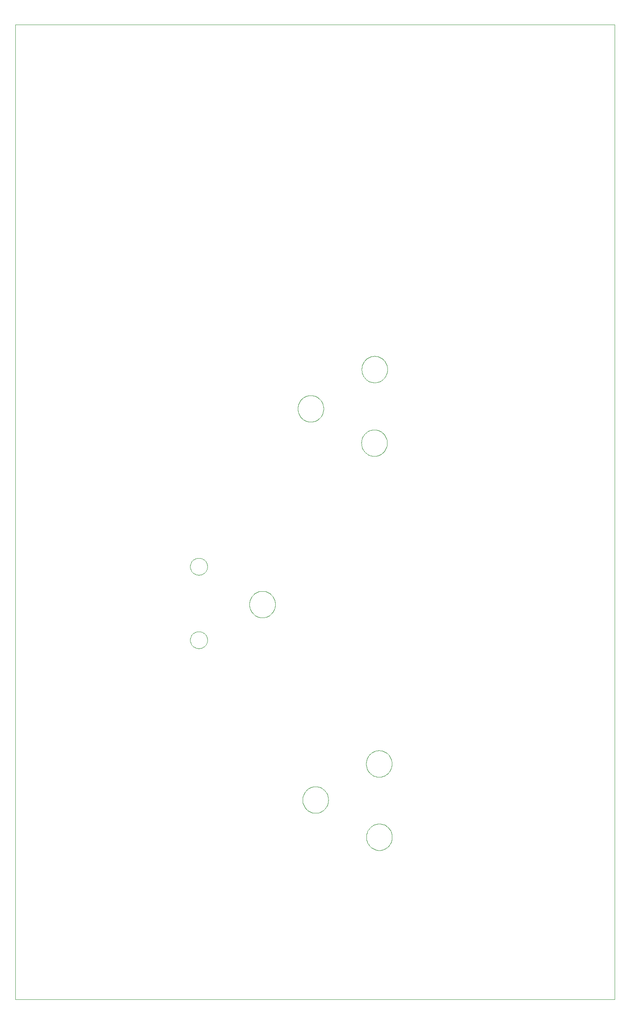
<source format=gbr>
G04 DipTrace 3.3.1.3*
G04 BoardOutline.gbr*
%MOIN*%
G04 #@! TF.FileFunction,Profile*
G04 #@! TF.Part,Single*
%ADD10C,0.004724*%
%FSLAX26Y26*%
G04*
G70*
G90*
G75*
G01*
G04 BoardOutline*
%LPD*%
X393701Y8443701D2*
D10*
Y393701D1*
X5343701D1*
Y8443701D1*
X393701D1*
X3254927Y5596164D2*
X3255185Y5603794D1*
X3255961Y5611387D1*
X3257248Y5618905D1*
X3259042Y5626313D1*
X3261334Y5633574D1*
X3264111Y5640652D1*
X3267362Y5647514D1*
X3271070Y5654126D1*
X3275216Y5660455D1*
X3279781Y5666471D1*
X3284743Y5672144D1*
X3290077Y5677448D1*
X3295758Y5682355D1*
X3301757Y5686842D1*
X3308045Y5690888D1*
X3314593Y5694472D1*
X3321367Y5697578D1*
X3328335Y5700189D1*
X3335463Y5702293D1*
X3342716Y5703880D1*
X3350059Y5704943D1*
X3357456Y5705475D1*
X3364872D1*
X3372269Y5704943D1*
X3379612Y5703880D1*
X3386865Y5702293D1*
X3393993Y5700189D1*
X3400961Y5697578D1*
X3407735Y5694472D1*
X3414283Y5690888D1*
X3420571Y5686842D1*
X3426570Y5682355D1*
X3432251Y5677448D1*
X3437585Y5672144D1*
X3442546Y5666471D1*
X3447112Y5660455D1*
X3451258Y5654126D1*
X3454966Y5647514D1*
X3458217Y5640652D1*
X3460994Y5633574D1*
X3463286Y5626313D1*
X3465080Y5618905D1*
X3466367Y5611387D1*
X3467142Y5603794D1*
X3467401Y5596164D1*
X3467142Y5588534D1*
X3466367Y5580942D1*
X3465080Y5573423D1*
X3463286Y5566015D1*
X3460994Y5558755D1*
X3458217Y5551676D1*
X3454966Y5544814D1*
X3451258Y5538203D1*
X3447112Y5531873D1*
X3442546Y5525857D1*
X3437585Y5520184D1*
X3432251Y5514880D1*
X3426570Y5509973D1*
X3420571Y5505486D1*
X3414283Y5501440D1*
X3407735Y5497856D1*
X3400961Y5494751D1*
X3393993Y5492139D1*
X3386865Y5490035D1*
X3379612Y5488448D1*
X3372269Y5487385D1*
X3364872Y5486853D1*
X3357456D1*
X3350059Y5487385D1*
X3342716Y5488448D1*
X3335463Y5490035D1*
X3328335Y5492139D1*
X3321367Y5494751D1*
X3314593Y5497856D1*
X3308045Y5501440D1*
X3301757Y5505486D1*
X3295758Y5509973D1*
X3290077Y5514880D1*
X3284743Y5520184D1*
X3279781Y5525857D1*
X3275216Y5531873D1*
X3271070Y5538203D1*
X3267362Y5544814D1*
X3264111Y5551676D1*
X3261334Y5558755D1*
X3259042Y5566015D1*
X3257248Y5573423D1*
X3255961Y5580942D1*
X3255185Y5588534D1*
X3254927Y5596164D1*
X3252402Y4988420D2*
X3252660Y4996050D1*
X3253435Y5003642D1*
X3254723Y5011161D1*
X3256517Y5018569D1*
X3258808Y5025829D1*
X3261586Y5032908D1*
X3264837Y5039770D1*
X3268544Y5046381D1*
X3272691Y5052711D1*
X3277256Y5058727D1*
X3282218Y5064400D1*
X3287552Y5069704D1*
X3293233Y5074611D1*
X3299232Y5079098D1*
X3305520Y5083144D1*
X3312067Y5086728D1*
X3318842Y5089833D1*
X3325810Y5092445D1*
X3332938Y5094549D1*
X3340191Y5096136D1*
X3347534Y5097199D1*
X3354931Y5097731D1*
X3362346D1*
X3369744Y5097199D1*
X3377087Y5096136D1*
X3384340Y5094549D1*
X3391468Y5092445D1*
X3398436Y5089833D1*
X3405210Y5086728D1*
X3411757Y5083144D1*
X3418046Y5079098D1*
X3424045Y5074611D1*
X3429725Y5069704D1*
X3435060Y5064400D1*
X3440021Y5058727D1*
X3444587Y5052711D1*
X3448733Y5046381D1*
X3452441Y5039770D1*
X3455691Y5032908D1*
X3458469Y5025829D1*
X3460761Y5018569D1*
X3462555Y5011161D1*
X3463842Y5003642D1*
X3464617Y4996050D1*
X3464876Y4988420D1*
X3464617Y4980790D1*
X3463842Y4973197D1*
X3462555Y4965679D1*
X3460761Y4958271D1*
X3458469Y4951010D1*
X3455691Y4943932D1*
X3452441Y4937070D1*
X3448733Y4930458D1*
X3444587Y4924129D1*
X3440021Y4918113D1*
X3435060Y4912440D1*
X3429725Y4907136D1*
X3424045Y4902229D1*
X3418046Y4897742D1*
X3411757Y4893696D1*
X3405210Y4890112D1*
X3398436Y4887006D1*
X3391468Y4884395D1*
X3384340Y4882291D1*
X3377087Y4880704D1*
X3369744Y4879641D1*
X3362346Y4879109D1*
X3354931D1*
X3347534Y4879641D1*
X3340191Y4880704D1*
X3332938Y4882291D1*
X3325810Y4884395D1*
X3318842Y4887006D1*
X3312067Y4890112D1*
X3305520Y4893696D1*
X3299232Y4897742D1*
X3293233Y4902229D1*
X3287552Y4907136D1*
X3282218Y4912440D1*
X3277256Y4918113D1*
X3272691Y4924129D1*
X3268544Y4930458D1*
X3264837Y4937070D1*
X3261586Y4943932D1*
X3258808Y4951010D1*
X3256517Y4958271D1*
X3254723Y4965679D1*
X3253435Y4973197D1*
X3252660Y4980790D1*
X3252402Y4988420D1*
X2727167Y5271912D2*
X2727426Y5279542D1*
X2728201Y5287135D1*
X2729489Y5294653D1*
X2731283Y5302061D1*
X2733574Y5309322D1*
X2736352Y5316400D1*
X2739603Y5323262D1*
X2743310Y5329874D1*
X2747457Y5336203D1*
X2752022Y5342219D1*
X2756984Y5347892D1*
X2762318Y5353196D1*
X2767998Y5358103D1*
X2773997Y5362591D1*
X2780286Y5366636D1*
X2786833Y5370220D1*
X2793607Y5373326D1*
X2800575Y5375937D1*
X2807703Y5378041D1*
X2814957Y5379628D1*
X2822300Y5380691D1*
X2829697Y5381223D1*
X2837112D1*
X2844509Y5380691D1*
X2851852Y5379628D1*
X2859106Y5378041D1*
X2866234Y5375937D1*
X2873202Y5373326D1*
X2879976Y5370220D1*
X2886523Y5366636D1*
X2892812Y5362591D1*
X2898811Y5358103D1*
X2904491Y5353196D1*
X2909825Y5347892D1*
X2914787Y5342219D1*
X2919352Y5336203D1*
X2923499Y5329874D1*
X2927207Y5323262D1*
X2930457Y5316400D1*
X2933235Y5309322D1*
X2935526Y5302061D1*
X2937320Y5294653D1*
X2938608Y5287135D1*
X2939383Y5279542D1*
X2939642Y5271912D1*
X2939383Y5264282D1*
X2938608Y5256690D1*
X2937320Y5249171D1*
X2935526Y5241763D1*
X2933235Y5234503D1*
X2930457Y5227424D1*
X2927207Y5220562D1*
X2923499Y5213951D1*
X2919352Y5207621D1*
X2914787Y5201605D1*
X2909825Y5195932D1*
X2904491Y5190628D1*
X2898811Y5185721D1*
X2892812Y5181234D1*
X2886523Y5177188D1*
X2879976Y5173604D1*
X2873202Y5170499D1*
X2866234Y5167887D1*
X2859106Y5165783D1*
X2851852Y5164196D1*
X2844509Y5163133D1*
X2837112Y5162601D1*
X2829697D1*
X2822300Y5163133D1*
X2814957Y5164196D1*
X2807703Y5165783D1*
X2800575Y5167887D1*
X2793607Y5170499D1*
X2786833Y5173604D1*
X2780286Y5177188D1*
X2773997Y5181234D1*
X2767998Y5185721D1*
X2762318Y5190628D1*
X2756984Y5195932D1*
X2752022Y5201605D1*
X2747457Y5207621D1*
X2743310Y5213951D1*
X2739603Y5220562D1*
X2736352Y5227424D1*
X2733574Y5234503D1*
X2731283Y5241763D1*
X2729489Y5249171D1*
X2728201Y5256690D1*
X2727426Y5264282D1*
X2727167Y5271912D1*
X1838262Y3967673D2*
X1838436Y3972531D1*
X1838954Y3977366D1*
X1839816Y3982153D1*
X1841016Y3986870D1*
X1842549Y3991493D1*
X1844408Y3996001D1*
X1846582Y4000370D1*
X1849063Y4004580D1*
X1851837Y4008610D1*
X1854892Y4012441D1*
X1858212Y4016053D1*
X1861781Y4019430D1*
X1865581Y4022555D1*
X1869595Y4025412D1*
X1873802Y4027988D1*
X1878183Y4030270D1*
X1882715Y4032248D1*
X1887377Y4033910D1*
X1892147Y4035250D1*
X1896999Y4036261D1*
X1901912Y4036937D1*
X1906862Y4037276D1*
X1911823D1*
X1916772Y4036937D1*
X1921685Y4036261D1*
X1926538Y4035250D1*
X1931307Y4033910D1*
X1935969Y4032248D1*
X1940502Y4030270D1*
X1944882Y4027988D1*
X1949090Y4025412D1*
X1953103Y4022555D1*
X1956904Y4019430D1*
X1960473Y4016053D1*
X1963793Y4012441D1*
X1966847Y4008610D1*
X1969621Y4004580D1*
X1972102Y4000370D1*
X1974277Y3996001D1*
X1976136Y3991493D1*
X1977669Y3986870D1*
X1978869Y3982153D1*
X1979730Y3977366D1*
X1980249Y3972531D1*
X1980422Y3967673D1*
X1980249Y3962815D1*
X1979730Y3957980D1*
X1978869Y3953193D1*
X1977669Y3948476D1*
X1976136Y3943853D1*
X1974277Y3939346D1*
X1972102Y3934977D1*
X1969621Y3930767D1*
X1966847Y3926737D1*
X1963793Y3922906D1*
X1960473Y3919293D1*
X1956904Y3915916D1*
X1953103Y3912792D1*
X1949090Y3909934D1*
X1944882Y3907358D1*
X1940502Y3905076D1*
X1935969Y3903099D1*
X1931307Y3901436D1*
X1926538Y3900096D1*
X1921685Y3899086D1*
X1916772Y3898409D1*
X1911823Y3898070D1*
X1906862D1*
X1901912Y3898409D1*
X1896999Y3899086D1*
X1892147Y3900096D1*
X1887377Y3901436D1*
X1882715Y3903099D1*
X1878183Y3905076D1*
X1873802Y3907358D1*
X1869595Y3909934D1*
X1865581Y3912792D1*
X1861781Y3915916D1*
X1858212Y3919293D1*
X1854892Y3922906D1*
X1851837Y3926737D1*
X1849063Y3930767D1*
X1846582Y3934977D1*
X1844408Y3939346D1*
X1842549Y3943853D1*
X1841016Y3948476D1*
X1839816Y3953193D1*
X1838954Y3957980D1*
X1838436Y3962815D1*
X1838262Y3967673D1*
Y3361071D2*
X1838436Y3365929D1*
X1838954Y3370764D1*
X1839816Y3375551D1*
X1841016Y3380268D1*
X1842549Y3384891D1*
X1844408Y3389398D1*
X1846582Y3393768D1*
X1849063Y3397977D1*
X1851837Y3402008D1*
X1854892Y3405838D1*
X1858212Y3409451D1*
X1861781Y3412828D1*
X1865581Y3415952D1*
X1869595Y3418810D1*
X1873802Y3421386D1*
X1878183Y3423668D1*
X1882715Y3425645D1*
X1887377Y3427308D1*
X1892147Y3428648D1*
X1896999Y3429658D1*
X1901912Y3430335D1*
X1906862Y3430674D1*
X1911823D1*
X1916772Y3430335D1*
X1921685Y3429658D1*
X1926538Y3428648D1*
X1931307Y3427308D1*
X1935969Y3425645D1*
X1940502Y3423668D1*
X1944882Y3421386D1*
X1949090Y3418810D1*
X1953103Y3415952D1*
X1956904Y3412828D1*
X1960473Y3409451D1*
X1963793Y3405838D1*
X1966847Y3402008D1*
X1969621Y3397977D1*
X1972102Y3393768D1*
X1974277Y3389398D1*
X1976136Y3384891D1*
X1977669Y3380268D1*
X1978869Y3375551D1*
X1979730Y3370764D1*
X1980249Y3365929D1*
X1980422Y3361071D1*
X1980249Y3356213D1*
X1979730Y3351378D1*
X1978869Y3346591D1*
X1977669Y3341874D1*
X1976136Y3337251D1*
X1974277Y3332743D1*
X1972102Y3328374D1*
X1969621Y3324164D1*
X1966847Y3320134D1*
X1963793Y3316303D1*
X1960473Y3312691D1*
X1956904Y3309314D1*
X1953103Y3306189D1*
X1949090Y3303332D1*
X1944882Y3300756D1*
X1940502Y3298474D1*
X1935969Y3296497D1*
X1931307Y3294834D1*
X1926538Y3293494D1*
X1921685Y3292483D1*
X1916772Y3291807D1*
X1911823Y3291468D1*
X1906862D1*
X1901912Y3291807D1*
X1896999Y3292483D1*
X1892147Y3293494D1*
X1887377Y3294834D1*
X1882715Y3296497D1*
X1878183Y3298474D1*
X1873802Y3300756D1*
X1869595Y3303332D1*
X1865581Y3306189D1*
X1861781Y3309314D1*
X1858212Y3312691D1*
X1854892Y3316303D1*
X1851837Y3320134D1*
X1849063Y3324164D1*
X1846582Y3328374D1*
X1844408Y3332743D1*
X1842549Y3337251D1*
X1841016Y3341874D1*
X1839816Y3346591D1*
X1838954Y3351378D1*
X1838436Y3356213D1*
X1838262Y3361071D1*
X2327662Y3655524D2*
X2327921Y3663153D1*
X2328696Y3670746D1*
X2329984Y3678265D1*
X2331779Y3685672D1*
X2334071Y3692933D1*
X2336850Y3700012D1*
X2340102Y3706873D1*
X2343811Y3713485D1*
X2347959Y3719814D1*
X2352526Y3725830D1*
X2357489Y3731504D1*
X2362825Y3736807D1*
X2368508Y3741715D1*
X2374509Y3746202D1*
X2380800Y3750248D1*
X2387349Y3753832D1*
X2394126Y3756937D1*
X2401097Y3759548D1*
X2408227Y3761653D1*
X2415483Y3763240D1*
X2422829Y3764302D1*
X2430229Y3764835D1*
X2437647D1*
X2445046Y3764302D1*
X2452392Y3763240D1*
X2459648Y3761653D1*
X2466779Y3759548D1*
X2473749Y3756937D1*
X2480526Y3753832D1*
X2487076Y3750248D1*
X2493366Y3746202D1*
X2499368Y3741715D1*
X2505050Y3736807D1*
X2510386Y3731504D1*
X2515350Y3725830D1*
X2519917Y3719814D1*
X2524065Y3713485D1*
X2527774Y3706873D1*
X2531025Y3700012D1*
X2533804Y3692933D1*
X2536096Y3685672D1*
X2537891Y3678265D1*
X2539179Y3670746D1*
X2539955Y3663153D1*
X2540213Y3655524D1*
X2539955Y3647894D1*
X2539179Y3640301D1*
X2537891Y3632783D1*
X2536096Y3625375D1*
X2533804Y3618114D1*
X2531025Y3611036D1*
X2527774Y3604174D1*
X2524065Y3597562D1*
X2519917Y3591233D1*
X2515350Y3585217D1*
X2510386Y3579543D1*
X2505050Y3574240D1*
X2499368Y3569333D1*
X2493366Y3564845D1*
X2487076Y3560800D1*
X2480526Y3557215D1*
X2473749Y3554110D1*
X2466779Y3551499D1*
X2459648Y3549395D1*
X2452392Y3547807D1*
X2445046Y3546745D1*
X2437647Y3546212D1*
X2430229D1*
X2422829Y3546745D1*
X2415483Y3547807D1*
X2408227Y3549395D1*
X2401097Y3551499D1*
X2394126Y3554110D1*
X2387349Y3557215D1*
X2380800Y3560800D1*
X2374509Y3564845D1*
X2368508Y3569333D1*
X2362825Y3574240D1*
X2357489Y3579543D1*
X2352526Y3585217D1*
X2347959Y3591233D1*
X2343811Y3597562D1*
X2340102Y3604174D1*
X2336850Y3611036D1*
X2334071Y3618114D1*
X2331779Y3625375D1*
X2329984Y3632783D1*
X2328696Y3640301D1*
X2327921Y3647894D1*
X2327662Y3655524D1*
X2766774Y2041013D2*
X2767033Y2048643D1*
X2767808Y2056236D1*
X2769095Y2063754D1*
X2770889Y2071162D1*
X2773181Y2078423D1*
X2775959Y2085501D1*
X2779209Y2092363D1*
X2782917Y2098975D1*
X2787063Y2105304D1*
X2791628Y2111320D1*
X2796590Y2116993D1*
X2801924Y2122297D1*
X2807604Y2127204D1*
X2813603Y2131692D1*
X2819892Y2135737D1*
X2826439Y2139321D1*
X2833213Y2142427D1*
X2840181Y2145038D1*
X2847309Y2147142D1*
X2854562Y2148729D1*
X2861905Y2149792D1*
X2869302Y2150324D1*
X2876717D1*
X2884114Y2149792D1*
X2891457Y2148729D1*
X2898710Y2147142D1*
X2905838Y2145038D1*
X2912806Y2142427D1*
X2919580Y2139321D1*
X2926128Y2135737D1*
X2932416Y2131692D1*
X2938415Y2127204D1*
X2944095Y2122297D1*
X2949429Y2116993D1*
X2954391Y2111320D1*
X2958956Y2105304D1*
X2963103Y2098975D1*
X2966810Y2092363D1*
X2970061Y2085501D1*
X2972839Y2078423D1*
X2975130Y2071162D1*
X2976924Y2063754D1*
X2978212Y2056236D1*
X2978987Y2048643D1*
X2979245Y2041013D1*
X2978987Y2033383D1*
X2978212Y2025791D1*
X2976924Y2018272D1*
X2975130Y2010864D1*
X2972839Y2003604D1*
X2970061Y1996525D1*
X2966810Y1989663D1*
X2963103Y1983052D1*
X2958956Y1976722D1*
X2954391Y1970706D1*
X2949429Y1965033D1*
X2944095Y1959729D1*
X2938415Y1954822D1*
X2932416Y1950335D1*
X2926128Y1946289D1*
X2919580Y1942705D1*
X2912806Y1939600D1*
X2905838Y1936989D1*
X2898710Y1934884D1*
X2891457Y1933297D1*
X2884114Y1932234D1*
X2876717Y1931702D1*
X2869302D1*
X2861905Y1932234D1*
X2854562Y1933297D1*
X2847309Y1934884D1*
X2840181Y1936989D1*
X2833213Y1939600D1*
X2826439Y1942705D1*
X2819892Y1946289D1*
X2813603Y1950335D1*
X2807604Y1954822D1*
X2801924Y1959729D1*
X2796590Y1965033D1*
X2791628Y1970706D1*
X2787063Y1976722D1*
X2782917Y1983052D1*
X2779209Y1989663D1*
X2775959Y1996525D1*
X2773181Y2003604D1*
X2770889Y2010864D1*
X2769095Y2018272D1*
X2767808Y2025791D1*
X2767033Y2033383D1*
X2766774Y2041013D1*
X3293246Y1733659D2*
X3293505Y1741289D1*
X3294280Y1748881D1*
X3295567Y1756400D1*
X3297361Y1763807D1*
X3299653Y1771068D1*
X3302430Y1778147D1*
X3305681Y1785009D1*
X3309389Y1791620D1*
X3313535Y1797950D1*
X3318100Y1803966D1*
X3323062Y1809639D1*
X3328396Y1814942D1*
X3334076Y1819850D1*
X3340075Y1824337D1*
X3346364Y1828383D1*
X3352911Y1831967D1*
X3359685Y1835072D1*
X3366653Y1837683D1*
X3373781Y1839788D1*
X3381034Y1841375D1*
X3388377Y1842438D1*
X3395774Y1842970D1*
X3403189D1*
X3410586Y1842438D1*
X3417929Y1841375D1*
X3425182Y1839788D1*
X3432310Y1837683D1*
X3439278Y1835072D1*
X3446052Y1831967D1*
X3452599Y1828383D1*
X3458888Y1824337D1*
X3464887Y1819850D1*
X3470567Y1814942D1*
X3475901Y1809639D1*
X3480863Y1803966D1*
X3485428Y1797950D1*
X3489575Y1791620D1*
X3493282Y1785009D1*
X3496533Y1778147D1*
X3499311Y1771068D1*
X3501602Y1763807D1*
X3503396Y1756400D1*
X3504683Y1748881D1*
X3505459Y1741289D1*
X3505717Y1733659D1*
X3505459Y1726029D1*
X3504683Y1718436D1*
X3503396Y1710918D1*
X3501602Y1703510D1*
X3499311Y1696249D1*
X3496533Y1689171D1*
X3493282Y1682309D1*
X3489575Y1675697D1*
X3485428Y1669368D1*
X3480863Y1663352D1*
X3475901Y1657678D1*
X3470567Y1652375D1*
X3464887Y1647468D1*
X3458888Y1642980D1*
X3452599Y1638935D1*
X3446052Y1635351D1*
X3439278Y1632245D1*
X3432310Y1629634D1*
X3425182Y1627530D1*
X3417929Y1625943D1*
X3410586Y1624880D1*
X3403189Y1624347D1*
X3395774D1*
X3388377Y1624880D1*
X3381034Y1625943D1*
X3373781Y1627530D1*
X3366653Y1629634D1*
X3359685Y1632245D1*
X3352911Y1635351D1*
X3346364Y1638935D1*
X3340075Y1642980D1*
X3334076Y1647468D1*
X3328396Y1652375D1*
X3323062Y1657678D1*
X3318100Y1663352D1*
X3313535Y1669368D1*
X3309389Y1675697D1*
X3305681Y1682309D1*
X3302430Y1689171D1*
X3299653Y1696249D1*
X3297361Y1703510D1*
X3295567Y1710918D1*
X3294280Y1718436D1*
X3293505Y1726029D1*
X3293246Y1733659D1*
X3292125Y2339005D2*
X3292384Y2346635D1*
X3293159Y2354228D1*
X3294447Y2361746D1*
X3296241Y2369154D1*
X3298532Y2376415D1*
X3301310Y2383493D1*
X3304560Y2390355D1*
X3308268Y2396967D1*
X3312415Y2403296D1*
X3316980Y2409312D1*
X3321941Y2414986D1*
X3327275Y2420289D1*
X3332956Y2425196D1*
X3338955Y2429684D1*
X3345243Y2433729D1*
X3351790Y2437314D1*
X3358564Y2440419D1*
X3365532Y2443030D1*
X3372660Y2445134D1*
X3379913Y2446722D1*
X3387256Y2447784D1*
X3394653Y2448317D1*
X3402069D1*
X3409466Y2447784D1*
X3416809Y2446722D1*
X3424062Y2445134D1*
X3431190Y2443030D1*
X3438158Y2440419D1*
X3444932Y2437314D1*
X3451479Y2433729D1*
X3457767Y2429684D1*
X3463766Y2425196D1*
X3469447Y2420289D1*
X3474781Y2414986D1*
X3479742Y2409312D1*
X3484308Y2403296D1*
X3488454Y2396967D1*
X3492162Y2390355D1*
X3495412Y2383493D1*
X3498190Y2376415D1*
X3500481Y2369154D1*
X3502275Y2361746D1*
X3503563Y2354228D1*
X3504338Y2346635D1*
X3504597Y2339005D1*
X3504338Y2331375D1*
X3503563Y2323783D1*
X3502275Y2316264D1*
X3500481Y2308857D1*
X3498190Y2301596D1*
X3495412Y2294517D1*
X3492162Y2287655D1*
X3488454Y2281044D1*
X3484308Y2274715D1*
X3479742Y2268698D1*
X3474781Y2263025D1*
X3469447Y2257722D1*
X3463766Y2252814D1*
X3457767Y2248327D1*
X3451479Y2244281D1*
X3444932Y2240697D1*
X3438158Y2237592D1*
X3431190Y2234981D1*
X3424062Y2232876D1*
X3416809Y2231289D1*
X3409466Y2230226D1*
X3402069Y2229694D1*
X3394653D1*
X3387256Y2230226D1*
X3379913Y2231289D1*
X3372660Y2232876D1*
X3365532Y2234981D1*
X3358564Y2237592D1*
X3351790Y2240697D1*
X3345243Y2244281D1*
X3338955Y2248327D1*
X3332956Y2252814D1*
X3327275Y2257722D1*
X3321941Y2263025D1*
X3316980Y2268698D1*
X3312415Y2274715D1*
X3308268Y2281044D1*
X3304560Y2287655D1*
X3301310Y2294517D1*
X3298532Y2301596D1*
X3296241Y2308857D1*
X3294447Y2316264D1*
X3293159Y2323783D1*
X3292384Y2331375D1*
X3292125Y2339005D1*
M02*

</source>
